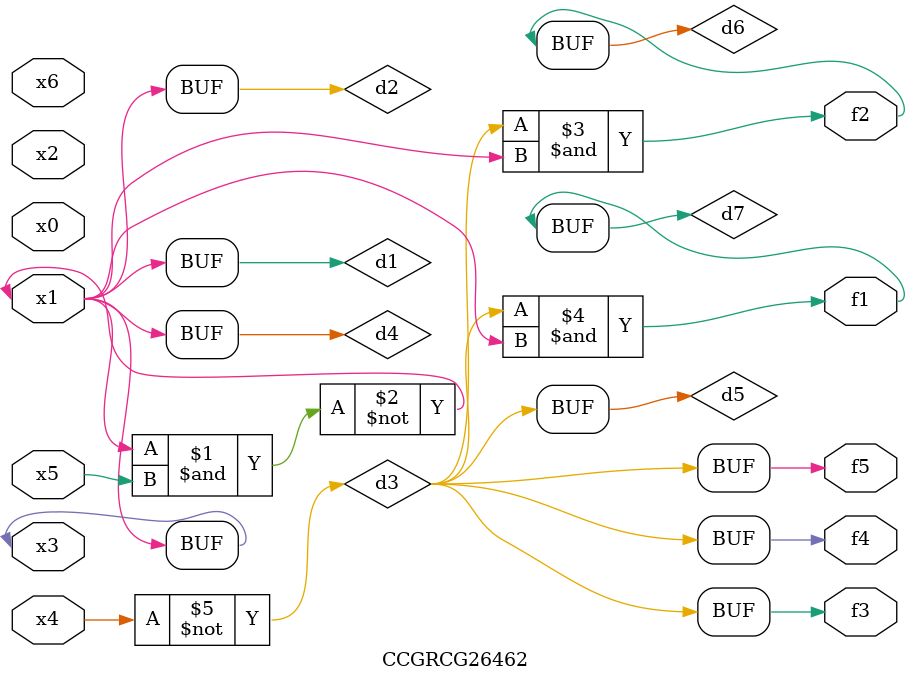
<source format=v>
module CCGRCG26462(
	input x0, x1, x2, x3, x4, x5, x6,
	output f1, f2, f3, f4, f5
);

	wire d1, d2, d3, d4, d5, d6, d7;

	buf (d1, x1, x3);
	nand (d2, x1, x5);
	not (d3, x4);
	buf (d4, d1, d2);
	buf (d5, d3);
	and (d6, d3, d4);
	and (d7, d3, d4);
	assign f1 = d7;
	assign f2 = d6;
	assign f3 = d5;
	assign f4 = d5;
	assign f5 = d5;
endmodule

</source>
